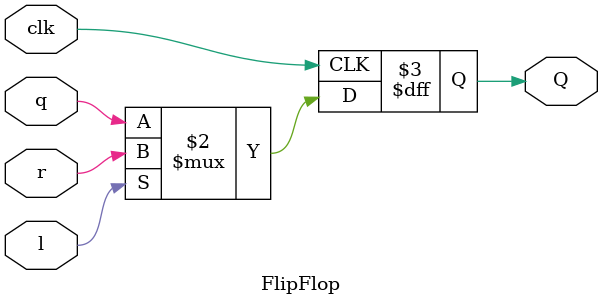
<source format=v>
module top_module (
	input [2:0] SW,      // R
	input [1:0] KEY,     // L and clk
	output [2:0] LEDR);  // Q
    
    FlipFlop instance0(KEY[0], SW[0], LEDR[2], KEY[1], LEDR[0]);
    FlipFlop instance1(KEY[0], SW[1], LEDR[0], KEY[1], LEDR[1]);
    FlipFlop instance2(KEY[0], SW[2], (LEDR[1]^LEDR[2]), KEY[1], LEDR[2]);

endmodule

module FlipFlop(input clk, input r, input q, input l, output reg Q);
    always@(posedge clk) Q <= l ? r : q;
endmodule
</source>
